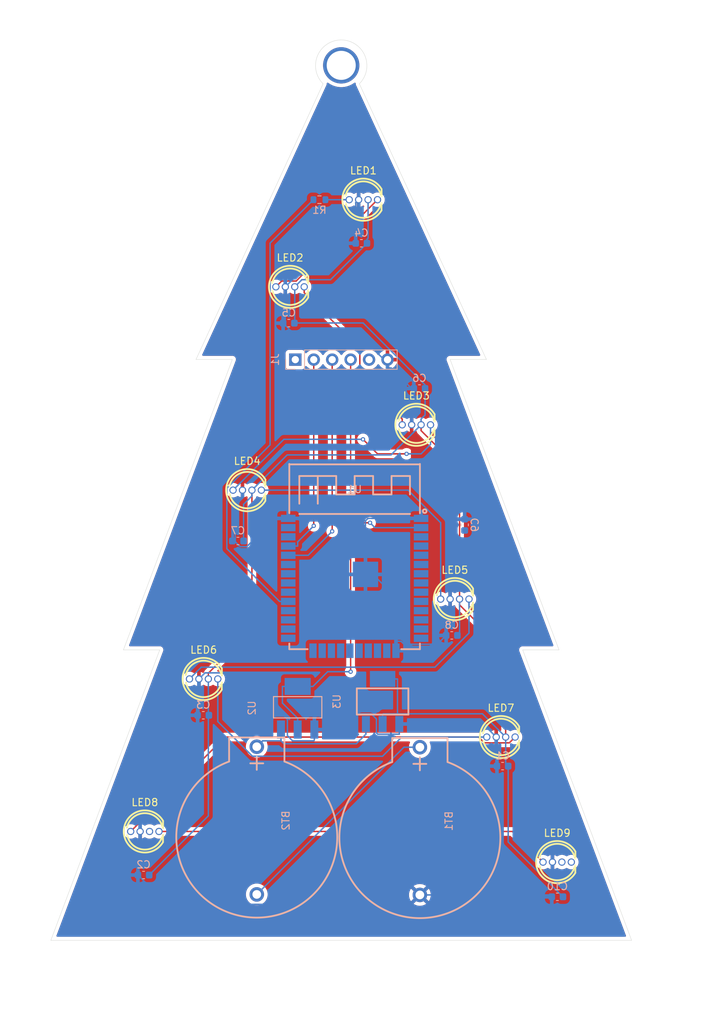
<source format=kicad_pcb>
(kicad_pcb (version 20240108) (generator "pcbnew") (generator_version "8.0")
  (layers (0 "F.Cu" signal) (31 "B.Cu" signal) (34 "B.Paste" user) (35 "F.Paste" user) (36 "B.SilkS" user "B.Silkscreen") (37 "F.SilkS" user "F.Silkscreen") (38 "B.Mask" user) (39 "F.Mask" user) (44 "Edge.Cuts" user))
  (net 0 "")
  (net 1 "Net-(BT1-Pad1)")
  (net 2 "GND")
  (net 3 "+BATT")
  (net 4 "+5V")
  (net 5 "Net-(J1-Pin_3)")
  (net 6 "+3.3V")
  (net 7 "Net-(J1-Pin_2)")
  (net 10 "Net-(LED1-Dout)")
  (net 11 "Net-(LED1-Din)")
  (net 12 "Net-(LED2-Dout)")
  (net 13 "Net-(LED3-Dout)")
  (net 14 "Net-(LED4-Dout)")
  (net 15 "Net-(LED5-Dout)")
  (net 16 "Net-(LED6-Dout)")
  (net 17 "Net-(LED7-Dout)")
  (net 18 "Net-(LED8-Dout)")
  (net 19 "Net-(U1-IO5)")
  (footprint "easyeda2kicad:LED-TH_4P-BD5.8-P1.30" (layer "F.Cu") (at 80.05 13)
    (property "Reference" "LED1" (at 0 -4 0) (layer "F.SilkS"))
    (property "Value" "WS2812D-F5")
    (fp_line (start 2.5 0.48) (end 2.5 1.47) (stroke (width 0.25)) (layer "F.SilkS"))
    (fp_line (start 2.51 -1.45) (end 2.51 -0.47) (stroke (width 0.25)) (layer "F.SilkS"))
    (fp_arc (start -2.46 -0.54) (mid -0.067653 -2.517662) (end 2.42745 -0.671332) (stroke (width 0.25)) (layer "F.SilkS"))
    (fp_arc (start 2.35 0.81) (mid -0.151834 2.49458) (end -2.428953 0.516776) (stroke (width 0.25)) (layer "F.SilkS"))
    (fp_arc (start 2.5 1.47) (mid -2.900133 -0.011415) (end 2.511495 -1.450274) (stroke (width 0.25)) (layer "F.SilkS"))
    (pad "1" thru_hole oval (at 1.95 0) (size 1 1) (drill 0.700024) (layers "*.Cu" "*.Mask") (net 10 "Net-(LED1-Dout)"))
    (pad "2" thru_hole oval (at 0.65 0) (size 1 1) (drill 0.700024) (layers "*.Cu" "*.Mask") (net 4 "+5V"))
    (pad "3" thru_hole oval (at -0.65 0) (size 1 1) (drill 0.700024) (layers "*.Cu" "*.Mask") (net 2 "GND"))
    (pad "4" thru_hole oval (at -1.95 0) (size 1 1) (drill 0.700024) (layers "*.Cu" "*.Mask") (net 11 "Net-(LED1-Din)"))
  )
  (footprint "easyeda2kicad:LED-TH_4P-BD5.8-P1.30" (layer "F.Cu") (at 69.95 25)
    (property "Reference" "LED2" (at 0 -4 0) (layer "F.SilkS"))
    (property "Value" "WS2812D-F5")
    (fp_line (start 2.5 0.48) (end 2.5 1.47) (stroke (width 0.25)) (layer "F.SilkS"))
    (fp_line (start 2.51 -1.45) (end 2.51 -0.47) (stroke (width 0.25)) (layer "F.SilkS"))
    (fp_arc (start -2.46 -0.54) (mid -0.067653 -2.517662) (end 2.42745 -0.671332) (stroke (width 0.25)) (layer "F.SilkS"))
    (fp_arc (start 2.35 0.81) (mid -0.151834 2.49458) (end -2.428953 0.516776) (stroke (width 0.25)) (layer "F.SilkS"))
    (fp_arc (start 2.5 1.47) (mid -2.900133 -0.011415) (end 2.511495 -1.450274) (stroke (width 0.25)) (layer "F.SilkS"))
    (pad "1" thru_hole oval (at 1.95 0) (size 1 1) (drill 0.700024) (layers "*.Cu" "*.Mask") (net 12 "Net-(LED2-Dout)"))
    (pad "2" thru_hole oval (at 0.65 0) (size 1 1) (drill 0.700024) (layers "*.Cu" "*.Mask") (net 4 "+5V"))
    (pad "3" thru_hole oval (at -0.65 0) (size 1 1) (drill 0.700024) (layers "*.Cu" "*.Mask") (net 2 "GND"))
    (pad "4" thru_hole oval (at -1.95 0) (size 1 1) (drill 0.700024) (layers "*.Cu" "*.Mask") (net 10 "Net-(LED1-Dout)"))
  )
  (footprint "easyeda2kicad:LED-TH_4P-BD5.8-P1.30" (layer "F.Cu") (at 92.65 68)
    (property "Reference" "LED5" (at 0 -4 0) (layer "F.SilkS"))
    (property "Value" "WS2812D-F5")
    (fp_line (start 2.5 0.48) (end 2.5 1.47) (stroke (width 0.25)) (layer "F.SilkS"))
    (fp_line (start 2.51 -1.45) (end 2.51 -0.47) (stroke (width 0.25)) (layer "F.SilkS"))
    (fp_arc (start -2.46 -0.54) (mid -0.067653 -2.517662) (end 2.42745 -0.671332) (stroke (width 0.25)) (layer "F.SilkS"))
    (fp_arc (start 2.35 0.81) (mid -0.151834 2.49458) (end -2.428953 0.516776) (stroke (width 0.25)) (layer "F.SilkS"))
    (fp_arc (start 2.5 1.47) (mid -2.900133 -0.011415) (end 2.511495 -1.450274) (stroke (width 0.25)) (layer "F.SilkS"))
    (pad "1" thru_hole oval (at 1.95 0) (size 1 1) (drill 0.700024) (layers "*.Cu" "*.Mask") (net 15 "Net-(LED5-Dout)"))
    (pad "2" thru_hole oval (at 0.65 0) (size 1 1) (drill 0.700024) (layers "*.Cu" "*.Mask") (net 4 "+5V"))
    (pad "3" thru_hole oval (at -0.65 0) (size 1 1) (drill 0.700024) (layers "*.Cu" "*.Mask") (net 2 "GND"))
    (pad "4" thru_hole oval (at -1.95 0) (size 1 1) (drill 0.700024) (layers "*.Cu" "*.Mask") (net 14 "Net-(LED4-Dout)"))
  )
  (footprint "easyeda2kicad:LED-TH_4P-BD5.8-P1.30" (layer "F.Cu") (at 99 87)
    (property "Reference" "LED7" (at 0 -4 0) (layer "F.SilkS"))
    (property "Value" "WS2812D-F5")
    (fp_line (start 2.5 0.48) (end 2.5 1.47) (stroke (width 0.25)) (layer "F.SilkS"))
    (fp_line (start 2.51 -1.45) (end 2.51 -0.47) (stroke (width 0.25)) (layer "F.SilkS"))
    (fp_arc (start -2.46 -0.54) (mid -0.067653 -2.517662) (end 2.42745 -0.671332) (stroke (width 0.25)) (layer "F.SilkS"))
    (fp_arc (start 2.35 0.81) (mid -0.151834 2.49458) (end -2.428953 0.516776) (stroke (width 0.25)) (layer "F.SilkS"))
    (fp_arc (start 2.5 1.47) (mid -2.900133 -0.011415) (end 2.511495 -1.450274) (stroke (width 0.25)) (layer "F.SilkS"))
    (pad "1" thru_hole oval (at 1.95 0) (size 1 1) (drill 0.700024) (layers "*.Cu" "*.Mask") (net 17 "Net-(LED7-Dout)"))
    (pad "2" thru_hole oval (at 0.65 0) (size 1 1) (drill 0.700024) (layers "*.Cu" "*.Mask") (net 4 "+5V"))
    (pad "3" thru_hole oval (at -0.65 0) (size 1 1) (drill 0.700024) (layers "*.Cu" "*.Mask") (net 2 "GND"))
    (pad "4" thru_hole oval (at -1.95 0) (size 1 1) (drill 0.700024) (layers "*.Cu" "*.Mask") (net 16 "Net-(LED6-Dout)"))
  )
  (footprint "easyeda2kicad:LED-TH_4P-BD5.8-P1.30" (layer "F.Cu") (at 87.35 44)
    (property "Reference" "LED3" (at 0 -4 0) (layer "F.SilkS"))
    (property "Value" "WS2812D-F5")
    (fp_line (start 2.5 0.48) (end 2.5 1.47) (stroke (width 0.25)) (layer "F.SilkS"))
    (fp_line (start 2.51 -1.45) (end 2.51 -0.47) (stroke (width 0.25)) (layer "F.SilkS"))
    (fp_arc (start -2.46 -0.54) (mid -0.067653 -2.517662) (end 2.42745 -0.671332) (stroke (width 0.25)) (layer "F.SilkS"))
    (fp_arc (start 2.35 0.81) (mid -0.151834 2.49458) (end -2.428953 0.516776) (stroke (width 0.25)) (layer "F.SilkS"))
    (fp_arc (start 2.5 1.47) (mid -2.900133 -0.011415) (end 2.511495 -1.450274) (stroke (width 0.25)) (layer "F.SilkS"))
    (pad "1" thru_hole oval (at 1.95 0) (size 1 1) (drill 0.700024) (layers "*.Cu" "*.Mask") (net 13 "Net-(LED3-Dout)"))
    (pad "2" thru_hole oval (at 0.65 0) (size 1 1) (drill 0.700024) (layers "*.Cu" "*.Mask") (net 4 "+5V"))
    (pad "3" thru_hole oval (at -0.65 0) (size 1 1) (drill 0.700024) (layers "*.Cu" "*.Mask") (net 2 "GND"))
    (pad "4" thru_hole oval (at -1.95 0) (size 1 1) (drill 0.700024) (layers "*.Cu" "*.Mask") (net 12 "Net-(LED2-Dout)"))
  )
  (footprint "easyeda2kicad:LED-TH_4P-BD5.8-P1.30" (layer "F.Cu") (at 106.7452 104.2202)
    (property "Reference" "LED9" (at 0 -4 0) (layer "F.SilkS"))
    (property "Value" "WS2812D-F5")
    (fp_line (start 2.5 0.48) (end 2.5 1.47) (stroke (width 0.25)) (layer "F.SilkS"))
    (fp_line (start 2.51 -1.45) (end 2.51 -0.47) (stroke (width 0.25)) (layer "F.SilkS"))
    (fp_arc (start -2.46 -0.54) (mid -0.067653 -2.517662) (end 2.42745 -0.671332) (stroke (width 0.25)) (layer "F.SilkS"))
    (fp_arc (start 2.35 0.81) (mid -0.151834 2.49458) (end -2.428953 0.516776) (stroke (width 0.25)) (layer "F.SilkS"))
    (fp_arc (start 2.5 1.47) (mid -2.900133 -0.011415) (end 2.511495 -1.450274) (stroke (width 0.25)) (layer "F.SilkS"))
    (pad "1" thru_hole oval (at 1.95 0) (size 1 1) (drill 0.700024) (layers "*.Cu" "*.Mask"))
    (pad "2" thru_hole oval (at 0.65 0) (size 1 1) (drill 0.700024) (layers "*.Cu" "*.Mask") (net 4 "+5V"))
    (pad "3" thru_hole oval (at -0.65 0) (size 1 1) (drill 0.700024) (layers "*.Cu" "*.Mask") (net 2 "GND"))
    (pad "4" thru_hole oval (at -1.95 0) (size 1 1) (drill 0.700024) (layers "*.Cu" "*.Mask") (net 18 "Net-(LED8-Dout)"))
  )
  (footprint "easyeda2kicad:LED-TH_4P-BD5.8-P1.30" (layer "F.Cu") (at 49.95 100)
    (property "Reference" "LED8" (at 0 -4 0) (layer "F.SilkS"))
    (property "Value" "WS2812D-F5")
    (fp_line (start 2.5 0.48) (end 2.5 1.47) (stroke (width 0.25)) (layer "F.SilkS"))
    (fp_line (start 2.51 -1.45) (end 2.51 -0.47) (stroke (width 0.25)) (layer "F.SilkS"))
    (fp_arc (start -2.46 -0.54) (mid -0.067653 -2.517662) (end 2.42745 -0.671332) (stroke (width 0.25)) (layer "F.SilkS"))
    (fp_arc (start 2.35 0.81) (mid -0.151834 2.49458) (end -2.428953 0.516776) (stroke (width 0.25)) (layer "F.SilkS"))
    (fp_arc (start 2.5 1.47) (mid -2.900133 -0.011415) (end 2.511495 -1.450274) (stroke (width 0.25)) (layer "F.SilkS"))
    (pad "1" thru_hole oval (at 1.95 0) (size 1 1) (drill 0.700024) (layers "*.Cu" "*.Mask") (net 18 "Net-(LED8-Dout)"))
    (pad "2" thru_hole oval (at 0.65 0) (size 1 1) (drill 0.700024) (layers "*.Cu" "*.Mask") (net 4 "+5V"))
    (pad "3" thru_hole oval (at -0.65 0) (size 1 1) (drill 0.700024) (layers "*.Cu" "*.Mask") (net 2 "GND"))
    (pad "4" thru_hole oval (at -1.95 0) (size 1 1) (drill 0.700024) (layers "*.Cu" "*.Mask") (net 17 "Net-(LED7-Dout)"))
  )
  (footprint "easyeda2kicad:LED-TH_4P-BD5.8-P1.30" (layer "F.Cu") (at 58.05 79)
    (property "Reference" "LED6" (at 0 -4 0) (layer "F.SilkS"))
    (property "Value" "WS2812D-F5")
    (fp_line (start 2.5 0.48) (end 2.5 1.47) (stroke (width 0.25)) (layer "F.SilkS"))
    (fp_line (start 2.51 -1.45) (end 2.51 -0.47) (stroke (width 0.25)) (layer "F.SilkS"))
    (fp_arc (start -2.46 -0.54) (mid -0.067653 -2.517662) (end 2.42745 -0.671332) (stroke (width 0.25)) (layer "F.SilkS"))
    (fp_arc (start 2.35 0.81) (mid -0.151834 2.49458) (end -2.428953 0.516776) (stroke (width 0.25)) (layer "F.SilkS"))
    (fp_arc (start 2.5 1.47) (mid -2.900133 -0.011415) (end 2.511495 -1.450274) (stroke (width 0.25)) (layer "F.SilkS"))
    (pad "1" thru_hole oval (at 1.95 0) (size 1 1) (drill 0.700024) (layers "*.Cu" "*.Mask") (net 16 "Net-(LED6-Dout)"))
    (pad "2" thru_hole oval (at 0.65 0) (size 1 1) (drill 0.700024) (layers "*.Cu" "*.Mask") (net 4 "+5V"))
    (pad "3" thru_hole oval (at -0.65 0) (size 1 1) (drill 0.700024) (layers "*.Cu" "*.Mask") (net 2 "GND"))
    (pad "4" thru_hole oval (at -1.95 0) (size 1 1) (drill 0.700024) (layers "*.Cu" "*.Mask") (net 15 "Net-(LED5-Dout)"))
  )
  (footprint "easyeda2kicad:LED-TH_4P-BD5.8-P1.30" (layer "F.Cu") (at 64.05 53)
    (property "Reference" "LED4" (at 0 -4 0) (layer "F.SilkS"))
    (property "Value" "WS2812D-F5")
    (fp_line (start 2.5 0.48) (end 2.5 1.47) (stroke (width 0.25)) (layer "F.SilkS"))
    (fp_line (start 2.51 -1.45) (end 2.51 -0.47) (stroke (width 0.25)) (layer "F.SilkS"))
    (fp_arc (start -2.46 -0.54) (mid -0.067653 -2.517662) (end 2.42745 -0.671332) (stroke (width 0.25)) (layer "F.SilkS"))
    (fp_arc (start 2.35 0.81) (mid -0.151834 2.49458) (end -2.428953 0.516776) (stroke (width 0.25)) (layer "F.SilkS"))
    (fp_arc (start 2.5 1.47) (mid -2.900133 -0.011415) (end 2.511495 -1.450274) (stroke (width 0.25)) (layer "F.SilkS"))
    (pad "1" thru_hole oval (at 1.95 0) (size 1 1) (drill 0.700024) (layers "*.Cu" "*.Mask") (net 14 "Net-(LED4-Dout)"))
    (pad "2" thru_hole oval (at 0.65 0) (size 1 1) (drill 0.700024) (layers "*.Cu" "*.Mask") (net 4 "+5V"))
    (pad "3" thru_hole oval (at -0.65 0) (size 1 1) (drill 0.700024) (layers "*.Cu" "*.Mask") (net 2 "GND"))
    (pad "4" thru_hole oval (at -1.95 0) (size 1 1) (drill 0.700024) (layers "*.Cu" "*.Mask") (net 13 "Net-(LED3-Dout)"))
  )
  (footprint "Capacitor_SMD:C_0603_1608Metric" (layer "B.Cu") (at 99.225 91 180)
    (property "Reference" "C1" (at 0 1.43 0) (layer "B.SilkS") (effects (justify mirror)))
    (property "Value" "10uF")
    (fp_line (start 0.14058 0.51) (end -0.14058 0.51) (stroke (width 0.12)) (layer "B.SilkS"))
    (fp_line (start 0.14058 -0.51) (end -0.14058 -0.51) (stroke (width 0.12)) (layer "B.SilkS"))
    (pad "1" smd roundrect (at -0.775 0 180) (size 0.9 0.95) (layers "B.Cu" "B.Paste" "B.Mask") (net 4 "+5V"))
    (pad "2" smd roundrect (at 0.775 0 180) (size 0.9 0.95) (layers "B.Cu" "B.Paste" "B.Mask") (net 2 "GND"))
  )
  (footprint "Capacitor_SMD:C_0603_1608Metric" (layer "B.Cu") (at 94 57.775 90)
    (property "Reference" "C9" (at 0 1.43 90) (layer "B.SilkS") (effects (justify mirror)))
    (property "Value" "10uF")
    (fp_line (start 0.14058 -0.51) (end -0.14058 -0.51) (stroke (width 0.12)) (layer "B.SilkS"))
    (fp_line (start 0.14058 0.51) (end -0.14058 0.51) (stroke (width 0.12)) (layer "B.SilkS"))
    (pad "1" smd roundrect (at -0.775 0 90) (size 0.9 0.95) (layers "B.Cu" "B.Paste" "B.Mask") (net 6 "+3.3V"))
    (pad "2" smd roundrect (at 0.775 0 90) (size 0.9 0.95) (layers "B.Cu" "B.Paste" "B.Mask") (net 2 "GND"))
  )
  (footprint "Capacitor_SMD:C_0603_1608Metric" (layer "B.Cu") (at 58 84 180)
    (property "Reference" "C3" (at 0 1.43 0) (layer "B.SilkS") (effects (justify mirror)))
    (property "Value" "10uF")
    (fp_line (start 0.14058 0.51) (end -0.14058 0.51) (stroke (width 0.12)) (layer "B.SilkS"))
    (fp_line (start 0.14058 -0.51) (end -0.14058 -0.51) (stroke (width 0.12)) (layer "B.SilkS"))
    (pad "1" smd roundrect (at -0.775 0 180) (size 0.9 0.95) (layers "B.Cu" "B.Paste" "B.Mask") (net 4 "+5V"))
    (pad "2" smd roundrect (at 0.775 0 180) (size 0.9 0.95) (layers "B.Cu" "B.Paste" "B.Mask") (net 2 "GND"))
  )
  (footprint "easyeda2kicad:BAT-TH_BS-02-A1AK006" (layer "B.Cu") (at 65.3679 98.5 90)
    (property "Reference" "BT2" (at 0 4 90) (layer "B.SilkS") (effects (justify mirror)))
    (property "Value" "BS-02-A1AK006")
    (fp_line (start 11.44 -3.81) (end 8.13 -3.81) (stroke (width 0.25)) (layer "B.SilkS"))
    (fp_line (start 11.44 -3.75) (end 11.44 3.75) (stroke (width 0.25)) (layer "B.SilkS"))
    (fp_line (start 7.88 -0.89) (end 7.88 0.89) (stroke (width 0.25)) (layer "B.SilkS"))
    (fp_line (start 8.77 0) (end 6.99 0) (stroke (width 0.25)) (layer "B.SilkS"))
    (fp_line (start 11.44 3.81) (end 8.13 3.81) (stroke (width 0.25)) (layer "B.SilkS"))
    (fp_arc (start 8.130975 3.807335) (mid -13.365315 0.001419) (end 8.13 -3.81) (stroke (width 0.25)) (layer "B.SilkS"))
    (pad "1" thru_hole circle (at 10.17 0 90) (size 2 2) (drill 1.199998) (layers "*.Cu" "*.Mask") (net 3 "+BATT"))
    (pad "2" thru_hole circle (at -10.17 0 90) (size 2 2) (drill 1.199998) (layers "*.Cu" "*.Mask") (net 1 "Net-(BT1-Pad1)"))
  )
  (footprint "Capacitor_SMD:C_0603_1608Metric" (layer "B.Cu") (at 92.225 73 180)
    (property "Reference" "C8" (at 0 1.43 0) (layer "B.SilkS") (effects (justify mirror)))
    (property "Value" "10uF")
    (fp_line (start 0.14058 0.51) (end -0.14058 0.51) (stroke (width 0.12)) (layer "B.SilkS"))
    (fp_line (start 0.14058 -0.51) (end -0.14058 -0.51) (stroke (width 0.12)) (layer "B.SilkS"))
    (pad "1" smd roundrect (at -0.775 0 180) (size 0.9 0.95) (layers "B.Cu" "B.Paste" "B.Mask") (net 4 "+5V"))
    (pad "2" smd roundrect (at 0.775 0 180) (size 0.9 0.95) (layers "B.Cu" "B.Paste" "B.Mask") (net 2 "GND"))
  )
  (footprint "Connector_PinSocket_2.54mm:PinSocket_1x06_P2.54mm_Vertical" (layer "B.Cu") (at 70.675 35.025 -90)
    (property "Reference" "J1" (at 0 2.77 90) (layer "B.SilkS") (effects (justify mirror)))
    (property "Value" "Conn_01x06")
    (fp_line (start 1.33 1.33) (end 0 1.33) (stroke (width 0.12)) (layer "B.SilkS"))
    (fp_line (start 1.33 0) (end 1.33 1.33) (stroke (width 0.12)) (layer "B.SilkS"))
    (fp_line (start 1.33 -1.27) (end -1.33 -1.27) (stroke (width 0.12)) (layer "B.SilkS"))
    (fp_line (start -1.33 -14.03) (end -1.33 -1.27) (stroke (width 0.12)) (layer "B.SilkS"))
    (fp_line (start 1.33 -14.03) (end 1.33 -1.27) (stroke (width 0.12)) (layer "B.SilkS"))
    (fp_line (start 1.33 -14.03) (end -1.33 -14.03) (stroke (width 0.12)) (layer "B.SilkS"))
    (pad "1" thru_hole rect (at 0 0 270) (size 1.7 1.7) (drill 1) (layers "*.Cu" "*.Mask"))
    (pad "2" thru_hole oval (at 0 -2.54 270) (size 1.7 1.7) (drill 1) (layers "*.Cu" "*.Mask") (net 7 "Net-(J1-Pin_2)"))
    (pad "3" thru_hole oval (at 0 -5.08 270) (size 1.7 1.7) (drill 1) (layers "*.Cu" "*.Mask") (net 5 "Net-(J1-Pin_3)"))
    (pad "4" thru_hole oval (at 0 -7.62 270) (size 1.7 1.7) (drill 1) (layers "*.Cu" "*.Mask") (net 6 "+3.3V"))
    (pad "5" thru_hole oval (at 0 -10.16 270) (size 1.7 1.7) (drill 1) (layers "*.Cu" "*.Mask"))
    (pad "6" thru_hole oval (at 0 -12.7 270) (size 1.7 1.7) (drill 1) (layers "*.Cu" "*.Mask") (net 2 "GND"))
  )
  (footprint "easyeda2kicad:COMM-SMD_ESP-WROOM-32D" (layer "B.Cu") (at 78.85 66 180)
    (property "Reference" "U1" (at 0 13.11 0) (layer "B.SilkS") (effects (justify mirror)))
    (property "Value" "ESP-WROOM-32E")
    (fp_line (start 9 16.55) (end -8.99 16.55) (stroke (width 0.25)) (layer "B.SilkS"))
    (fp_line (start 9 9.84) (end 9 16.61) (stroke (width 0.25)) (layer "B.SilkS"))
    (fp_line (start 9 -8.9) (end 9 -8.13) (stroke (width 0.25)) (layer "B.SilkS"))
    (fp_line (start 9 -8.9) (end 6.48 -8.9) (stroke (width 0.25)) (layer "B.SilkS"))
    (fp_line (start 7.62 14.95) (end 6.35 14.95) (stroke (width 0.25)) (layer "B.SilkS"))
    (fp_line (start 7.62 11.14) (end 7.62 14.95) (stroke (width 0.25)) (layer "B.SilkS"))
    (fp_line (start 7.62 9.72) (end -7.62 9.72) (stroke (width 0.25)) (layer "B.SilkS"))
    (fp_line (start 6.35 14.95) (end 2.54 14.95) (stroke (width 0.25)) (layer "B.SilkS"))
    (fp_line (start 5.08 11.14) (end 5.08 14.95) (stroke (width 0.25)) (layer "B.SilkS"))
    (fp_line (start 2.54 14.95) (end 2.54 12.41) (stroke (width 0.25)) (layer "B.SilkS"))
    (fp_line (start 2.54 12.41) (end 0 12.41) (stroke (width 0.25)) (layer "B.SilkS"))
    (fp_line (start 0 14.95) (end -2.54 14.95) (stroke (width 0.25)) (layer "B.SilkS"))
    (fp_line (start 0 12.41) (end 0 14.95) (stroke (width 0.25)) (layer "B.SilkS"))
    (fp_line (start -2.54 14.95) (end -2.54 12.41) (stroke (width 0.25)) (layer "B.SilkS"))
    (fp_line (start -2.54 12.41) (end -5.08 12.41) (stroke (width 0.25)) (layer "B.SilkS"))
    (fp_line (start -5.08 14.95) (end -7.62 14.95) (stroke (width 0.25)) (layer "B.SilkS"))
    (fp_line (start -5.08 12.41) (end -5.08 14.95) (stroke (width 0.25)) (layer "B.SilkS"))
    (fp_line (start -6.42 -8.9) (end -8.99 -8.9) (stroke (width 0.25)) (layer "B.SilkS"))
    (fp_line (start -7.62 14.95) (end -7.62 12.41) (stroke (width 0.25)) (layer "B.SilkS"))
    (fp_line (start -8.99 9.84) (end -8.99 16.61) (stroke (width 0.25)) (layer "B.SilkS"))
    (fp_line (start -8.99 -8.9) (end -8.99 -8.13) (stroke (width 0.25)) (layer "B.SilkS"))
    (fp_circle (center -9.65 10.11) (end -9.4 10.11) (stroke (width 0.25)) (fill none) (layer "B.SilkS"))
    (pad "1" smd rect (at -9.15 9.11 180) (size 2 1) (layers "B.Cu" "B.Paste" "B.Mask") (net 2 "GND"))
    (pad "2" smd rect (at -9.15 7.84 180) (size 2 1) (layers "B.Cu" "B.Paste" "B.Mask") (net 6 "+3.3V"))
    (pad "3" smd rect (at -9.15 6.57 180) (size 2 1) (layers "B.Cu" "B.Paste" "B.Mask"))
    (pad "4" smd rect (at -9.15 5.3 180) (size 2 1) (layers "B.Cu" "B.Paste" "B.Mask"))
    (pad "5" smd rect (at -9.15 4.03 180) (size 2 1) (layers "B.Cu" "B.Paste" "B.Mask"))
    (pad "6" smd rect (at -9.15 2.76 180) (size 2 1) (layers "B.Cu" "B.Paste" "B.Mask"))
    (pad "7" smd rect (at -9.15 1.49 180) (size 2 1) (layers "B.Cu" "B.Paste" "B.Mask"))
    (pad "8" smd rect (at -9.15 0.22 180) (size 2 1) (layers "B.Cu" "B.Paste" "B.Mask"))
    (pad "9" smd rect (at -9.15 -1.05 180) (size 2 1) (layers "B.Cu" "B.Paste" "B.Mask"))
    (pad "10" smd rect (at -9.15 -2.32 180) (size 2 1) (layers "B.Cu" "B.Paste" "B.Mask"))
    (pad "11" smd rect (at -9.15 -3.59 180) (size 2 1) (layers "B.Cu" "B.Paste" "B.Mask"))
    (pad "12" smd rect (at -9.15 -4.86 180) (size 2 1) (layers "B.Cu" "B.Paste" "B.Mask"))
    (pad "13" smd rect (at -9.15 -6.13 180) (size 2 1) (layers "B.Cu" "B.Paste" "B.Mask"))
    (pad "14" smd rect (at -9.15 -7.4 180) (size 2 1) (layers "B.Cu" "B.Paste" "B.Mask"))
    (pad "15" smd rect (at -5.69 -9.11 90) (size 2 1) (layers "B.Cu" "B.Paste" "B.Mask") (net 2 "GND"))
    (pad "16" smd rect (at -4.42 -9.11 90) (size 2 1) (layers "B.Cu" "B.Paste" "B.Mask"))
    (pad "17" smd rect (at -3.15 -9.11 90) (size 2 1) (layers "B.Cu" "B.Paste" "B.Mask"))
    (pad "18" smd rect (at -1.88 -9.11 90) (size 2 1) (layers "B.Cu" "B.Paste" "B.Mask"))
    (pad "19" smd rect (at -0.61 -9.11 90) (size 2 1) (layers "B.Cu" "B.Paste" "B.Mask"))
    (pad "20" smd rect (at 0.66 -9.11 90) (size 2 1) (layers "B.Cu" "B.Paste" "B.Mask"))
    (pad "21" smd rect (at 1.93 -9.11 90) (size 2 1) (layers "B.Cu" "B.Paste" "B.Mask"))
    (pad "22" smd rect (at 3.2 -9.11 90) (size 2 1) (layers "B.Cu" "B.Paste" "B.Mask"))
    (pad "23" smd rect (at 4.47 -9.11 90) (size 2 1) (layers "B.Cu" "B.Paste" "B.Mask"))
    (pad "24" smd rect (at 5.74 -9.11 90) (size 2 1) (layers "B.Cu" "B.Paste" "B.Mask"))
    (pad "25" smd rect (at 9.15 -7.4 180) (size 2 1) (layers "B.Cu" "B.Paste" "B.Mask"))
    (pad "26" smd rect (at 9.15 -6.13 180) (size 2 1) (layers "B.Cu" "B.Paste" "B.Mask"))
    (pad "27" smd rect (at 9.15 -4.86 180) (size 2 1) (layers "B.Cu" "B.Paste" "B.Mask"))
    (pad "28" smd rect (at 9.15 -3.59 180) (size 2 1) (layers "B.Cu" "B.Paste" "B.Mask"))
    (pad "29" smd rect (at 9.15 -2.32 180) (size 2 1) (layers "B.Cu" "B.Paste" "B.Mask") (net 19 "Net-(U1-IO5)"))
    (pad "30" smd rect (at 9.15 -1.05 180) (size 2 1) (layers "B.Cu" "B.Paste" "B.Mask"))
    (pad "31" smd rect (at 9.15 0.22 180) (size 2 1) (layers "B.Cu" "B.Paste" "B.Mask"))
    (pad "32" smd rect (at 9.15 1.49 180) (size 2 1) (layers "B.Cu" "B.Paste" "B.Mask"))
    (pad "33" smd rect (at 9.15 2.76 180) (size 2 1) (layers "B.Cu" "B.Paste" "B.Mask"))
    (pad "34" smd rect (at 9.15 4.03 180) (size 2 1) (layers "B.Cu" "B.Paste" "B.Mask") (net 5 "Net-(J1-Pin_3)"))
    (pad "35" smd rect (at 9.15 5.3 180) (size 2 1) (layers "B.Cu" "B.Paste" "B.Mask") (net 7 "Net-(J1-Pin_2)"))
    (pad "36" smd rect (at 9.15 6.57 180) (size 2 1) (layers "B.Cu" "B.Paste" "B.Mask"))
    (pad "37" smd rect (at 9.15 7.84 180) (size 2 1) (layers "B.Cu" "B.Paste" "B.Mask"))
    (pad "38" smd rect (at 9.15 9.11 180) (size 2 1) (layers "B.Cu" "B.Paste" "B.Mask") (net 2 "GND"))
    (pad "39" smd rect (at -1.49 1.4 180) (size 3.5 3.5) (layers "B.Cu" "B.Paste" "B.Mask") (net 2 "GND"))
  )
  (footprint "easyeda2kicad:SOT-223-3_L6.5-W3.4-P2.30-LS7.0-BR" (layer "B.Cu") (at 71 83 -90)
    (property "Reference" "U2" (at 0 6.3 90) (layer "B.SilkS") (effects (justify mirror)))
    (property "Value" "AZ1117H-3.3TRG1")
    (fp_line (start -1.57 3.33) (end -1.57 -3.33) (stroke (width 0.15)) (layer "B.SilkS"))
    (fp_line (start 1.37 3.33) (end -1.57 3.33) (stroke (width 0.15)) (layer "B.SilkS"))
    (fp_line (start -1.57 -3.33) (end 1.37 -3.33) (stroke (width 0.15)) (layer "B.SilkS"))
    (fp_line (start 1.37 -3.33) (end 1.37 3.33) (stroke (width 0.15)) (layer "B.SilkS"))
    (pad "1" smd rect (at 2.97 -2.3 270) (size 2.5 1.1) (layers "B.Cu" "B.Paste" "B.Mask") (net 2 "GND"))
    (pad "2" smd rect (at 2.97 0 270) (size 2.5 1.1) (layers "B.Cu" "B.Paste" "B.Mask") (net 6 "+3.3V"))
    (pad "3" smd rect (at 2.97 2.3 270) (size 2.5 1.1) (layers "B.Cu" "B.Paste" "B.Mask") (net 3 "+BATT"))
    (pad "4" smd rect (at -2.97 0 270) (size 2.34 3.6) (layers "B.Cu" "B.Paste" "B.Mask") (net 6 "+3.3V"))
  )
  (footprint "Capacitor_SMD:C_0603_1608Metric" (layer "B.Cu") (at 79.775 19 180)
    (property "Reference" "C4" (at 0 1.43 0) (layer "B.SilkS") (effects (justify mirror)))
    (property "Value" "10uF")
    (fp_line (start 0.14058 0.51) (end -0.14058 0.51) (stroke (width 0.12)) (layer "B.SilkS"))
    (fp_line (start 0.14058 -0.51) (end -0.14058 -0.51) (stroke (width 0.12)) (layer "B.SilkS"))
    (pad "1" smd roundrect (at -0.775 0 180) (size 0.9 0.95) (layers "B.Cu" "B.Paste" "B.Mask") (net 4 "+5V"))
    (pad "2" smd roundrect (at 0.775 0 180) (size 0.9 0.95) (layers "B.Cu" "B.Paste" "B.Mask") (net 2 "GND"))
  )
  (footprint "Capacitor_SMD:C_0603_1608Metric" (layer "B.Cu") (at 49.775 106 180)
    (property "Reference" "C2" (at 0 1.43 0) (layer "B.SilkS") (effects (justify mirror)))
    (property "Value" "10uF")
    (fp_line (start 0.14058 0.51) (end -0.14058 0.51) (stroke (width 0.12)) (layer "B.SilkS"))
    (fp_line (start 0.14058 -0.51) (end -0.14058 -0.51) (stroke (width 0.12)) (layer "B.SilkS"))
    (pad "1" smd roundrect (at -0.775 0 180) (size 0.9 0.95) (layers "B.Cu" "B.Paste" "B.Mask") (net 4 "+5V"))
    (pad "2" smd roundrect (at 0.775 0 180) (size 0.9 0.95) (layers "B.Cu" "B.Paste" "B.Mask") (net 2 "GND"))
  )
  (footprint "Resistor_SMD:R_0603_1608Metric" (layer "B.Cu") (at 74 13)
    (property "Reference" "R1" (at 0 1.43 0) (layer "B.SilkS") (effects (justify mirror)))
    (property "Value" "300")
    (fp_line (start 0.237258 -0.5225) (end -0.237258 -0.5225) (stroke (width 0.12)) (layer "B.SilkS"))
    (fp_line (start 0.237258 0.5225) (end -0.237258 0.5225) (stroke (width 0.12)) (layer "B.SilkS"))
    (pad "1" smd roundrect (at -0.825 0) (size 0.8 0.95) (layers "B.Cu" "B.Paste" "B.Mask") (net 19 "Net-(U1-IO5)"))
    (pad "2" smd roundrect (at 0.825 0) (size 0.8 0.95) (layers "B.Cu" "B.Paste" "B.Mask") (net 11 "Net-(LED1-Din)"))
  )
  (footprint "Capacitor_SMD:C_0603_1608Metric" (layer "B.Cu") (at 62.775 60 180)
    (property "Reference" "C7" (at 0 1.43 0) (layer "B.SilkS") (effects (justify mirror)))
    (property "Value" "10uF")
    (fp_line (start 0.14058 0.51) (end -0.14058 0.51) (stroke (width 0.12)) (layer "B.SilkS"))
    (fp_line (start 0.14058 -0.51) (end -0.14058 -0.51) (stroke (width 0.12)) (layer "B.SilkS"))
    (pad "1" smd roundrect (at -0.775 0 180) (size 0.9 0.95) (layers "B.Cu" "B.Paste" "B.Mask") (net 4 "+5V"))
    (pad "2" smd roundrect (at 0.775 0 180) (size 0.9 0.95) (layers "B.Cu" "B.Paste" "B.Mask") (net 2 "GND"))
  )
  (footprint "Capacitor_SMD:C_0603_1608Metric" (layer "B.Cu") (at 69.775 30 180)
    (property "Reference" "C5" (at 0 1.43 0) (layer "B.SilkS") (effects (justify mirror)))
    (property "Value" "10uF")
    (fp_line (start 0.14058 0.51) (end -0.14058 0.51) (stroke (width 0.12)) (layer "B.SilkS"))
    (fp_line (start 0.14058 -0.51) (end -0.14058 -0.51) (stroke (width 0.12)) (layer "B.SilkS"))
    (pad "1" smd roundrect (at -0.775 0 180) (size 0.9 0.95) (layers "B.Cu" "B.Paste" "B.Mask") (net 4 "+5V"))
    (pad "2" smd roundrect (at 0.775 0 180) (size 0.9 0.95) (layers "B.Cu" "B.Paste" "B.Mask") (net 2 "GND"))
  )
  (footprint "Capacitor_SMD:C_0603_1608Metric" (layer "B.Cu") (at 87.775 39 180)
    (property "Reference" "C6" (at 0 1.43 0) (layer "B.SilkS") (effects (justify mirror)))
    (property "Value" "10uF")
    (fp_line (start 0.14058 0.51) (end -0.14058 0.51) (stroke (width 0.12)) (layer "B.SilkS"))
    (fp_line (start 0.14058 -0.51) (end -0.14058 -0.51) (stroke (width 0.12)) (layer "B.SilkS"))
    (pad "1" smd roundrect (at -0.775 0 180) (size 0.9 0.95) (layers "B.Cu" "B.Paste" "B.Mask") (net 4 "+5V"))
    (pad "2" smd roundrect (at 0.775 0 180) (size 0.9 0.95) (layers "B.Cu" "B.Paste" "B.Mask") (net 2 "GND"))
  )
  (footprint "easyeda2kicad:SOT-223_L6.7-W3.5-P2.30-BR" (layer "B.Cu") (at 82.7 82.1 -90)
    (property "Reference" "U3" (at 0 6.3 90) (layer "B.SilkS") (effects (justify mirror)))
    (property "Value" "AMS1117-5.0_C347223")
    (fp_line (start -1.8 3.55) (end -1.8 -3.55) (stroke (width 0.25)) (layer "B.SilkS"))
    (fp_line (start 1.8 3.55) (end -1.8 3.55) (stroke (width 0.25)) (layer "B.SilkS"))
    (fp_line (start 1.8 3.55) (end 1.8 -3.55) (stroke (width 0.25)) (layer "B.SilkS"))
    (fp_line (start 1.8 -3.55) (end -1.8 -3.55) (stroke (width 0.25)) (layer "B.SilkS"))
    (pad "1" smd rect (at 3.1 -2.3 180) (size 1.1 2.2) (layers "B.Cu" "B.Paste" "B.Mask") (net 2 "GND"))
    (pad "2" smd rect (at 3.1 0 180) (size 1.1 2.2) (layers "B.Cu" "B.Paste" "B.Mask") (net 4 "+5V"))
    (pad "3" smd rect (at 3.1 2.3 180) (size 1.1 2.2) (layers "B.Cu" "B.Paste" "B.Mask") (net 3 "+BATT"))
    (pad "4" smd rect (at -3.1 0 270) (size 2.2 3.5) (layers "B.Cu" "B.Paste" "B.Mask") (net 4 "+5V"))
  )
  (footprint "easyeda2kicad:BAT-TH_BS-02-A1AK006" (layer "B.Cu") (at 87.833 98.5698 90)
    (property "Reference" "BT1" (at 0 4 90) (layer "B.SilkS") (effects (justify mirror)))
    (property "Value" "BS-02-A1AK006")
    (fp_line (start 11.44 -3.81) (end 8.13 -3.81) (stroke (width 0.25)) (layer "B.SilkS"))
    (fp_line (start 11.44 -3.75) (end 11.44 3.75) (stroke (width 0.25)) (layer "B.SilkS"))
    (fp_line (start 7.88 -0.89) (end 7.88 0.89) (stroke (width 0.25)) (layer "B.SilkS"))
    (fp_line (start 8.77 0) (end 6.99 0) (stroke (width 0.25)) (layer "B.SilkS"))
    (fp_line (start 11.44 3.81) (end 8.13 3.81) (stroke (width 0.25)) (layer "B.SilkS"))
    (fp_arc (start 8.130975 3.807335) (mid -13.365315 0.001419) (end 8.13 -3.81) (stroke (width 0.25)) (layer "B.SilkS"))
    (pad "1" thru_hole circle (at 10.17 0 90) (size 2 2) (drill 1.199998) (layers "*.Cu" "*.Mask") (net 1 "Net-(BT1-Pad1)"))
    (pad "2" thru_hole circle (at -10.17 0 90) (size 2 2) (drill 1.199998) (layers "*.Cu" "*.Mask") (net 2 "GND"))
  )
  (footprint "Capacitor_SMD:C_0603_1608Metric" (layer "B.Cu") (at 106.775 109 180)
    (property "Reference" "C10" (at 0 1.43 0) (layer "B.SilkS") (effects (justify mirror)))
    (property "Value" "10uF")
    (fp_line (start 0.14058 0.51) (end -0.14058 0.51) (stroke (width 0.12)) (layer "B.SilkS"))
    (fp_line (start 0.14058 -0.51) (end -0.14058 -0.51) (stroke (width 0.12)) (layer "B.SilkS"))
    (pad "1" smd roundrect (at -0.775 0 180) (size 0.9 0.95) (layers "B.Cu" "B.Paste" "B.Mask") (net 4 "+5V"))
    (pad "2" smd roundrect (at 0.775 0 180) (size 0.9 0.95) (layers "B.Cu" "B.Paste" "B.Mask") (net 2 "GND"))
  )
  (gr_line (start 102 75) (end 117 115) (stroke (width 0.05)) (layer "Edge.Cuts"))
  (gr_line (start 107 75) (end 102 75) (stroke (width 0.05)) (layer "Edge.Cuts"))
  (gr_line (start 52 75) (end 37 115) (stroke (width 0.05)) (layer "Edge.Cuts"))
  (gr_line (start 57 35) (end 62 35) (stroke (width 0.05)) (layer "Edge.Cuts"))
  (gr_arc (start 74.500001 -2.964469) (mid 77 -9) (end 79.499999 -2.964469) (stroke (width 0.05)) (layer "Edge.Cuts"))
  (gr_line (start 92 35) (end 107 75) (stroke (width 0.05)) (layer "Edge.Cuts"))
  (gr_line (start 47 75) (end 52 75) (stroke (width 0.05)) (layer "Edge.Cuts"))
  (gr_line (start 37 115) (end 117 115) (stroke (width 0.05)) (layer "Edge.Cuts"))
  (gr_line (start 62 35) (end 47 75) (stroke (width 0.05)) (layer "Edge.Cuts"))
  (gr_line (start 97 35) (end 92 35) (stroke (width 0.05)) (layer "Edge.Cuts"))
  (gr_line (start 79.499999 -2.964469) (end 97 35) (stroke (width 0.05)) (layer "Edge.Cuts"))
  (gr_line (start 74.500001 -2.964469) (end 57 35) (stroke (width 0.05)) (layer "Edge.Cuts"))
  (via (at 77 -5.5) (size 5) (drill 4) (layers "F.Cu" "B.Cu") (net 0))
  (segment (start 87.833 88.3998) (end 85.6381 88.3998) (width 0.2) (layer "B.Cu") (net 1))
  (segment (start 85.6381 88.3998) (end 65.3679 108.67) (width 0.2) (layer "B.Cu") (net 1))
  (segment (start 86.7 61.8983) (end 92 67.1983) (width 0.2) (layer "F.Cu") (net 2))
  (segment (start 92 68) (end 92 67.1983) (width 0.2) (layer "F.Cu") (net 2))
  (segment (start 92 79.8483) (end 92 68) (width 0.2) (layer "F.Cu") (net 2))
  (segment (start 98.35 86.1983) (end 92 79.8483) (width 0.2) (layer "F.Cu") (net 2))
  (segment (start 86.7 44) (end 86.7 61.8983) (width 0.2) (layer "F.Cu") (net 2))
  (segment (start 98.35 87) (end 98.35 86.1983) (width 0.2) (layer "F.Cu") (net 2))
  (segment (start 86.5329 110.0399) (end 87.833 108.7398) (width 0.2) (layer "B.Cu") (net 2))
  (segment (start 80.675 56.89) (end 80.34 57.225) (width 0.2) (layer "B.Cu") (net 2))
  (segment (start 84.54 67.7741) (end 84.54 73.8083) (width 0.2) (layer "B.Cu") (net 2))
  (segment (start 53.0399 110.0399) (end 86.5329 110.0399) (width 0.2) (layer "B.Cu") (net 2))
  (segment (start 57.4 83.825) (end 57.4 79) (width 0.2) (layer "B.Cu") (net 2))
  (segment (start 73.1991 87.5217) (end 70.2976 87.5217) (width 0.2) (layer "B.Cu") (net 2))
  (segment (start 91.45 73) (end 91.45 69.3517) (width 0.2) (layer "B.Cu") (net 2))
  (segment (start 98.45 108.7398) (end 98.45 91) (width 0.2) (layer "B.Cu") (net 2))
  (segment (start 80.34 63.5741) (end 80.34 62.5483) (width 0.2) (layer "B.Cu") (net 2))
  (segment (start 69 30) (end 69.3 29.7) (width 0.2) (layer "B.Cu") (net 2))
  (segment (start 79 13.4) (end 79.4 13) (width 0.2) (layer "B.Cu") (net 2))
  (segment (start 63.4 53) (end 63.4 53.8017) (width 0.2) (layer "B.Cu") (net 2))
  (segment (start 83.8767 36.1767) (end 86.7 39) (width 0.2) (layer "B.Cu") (net 2))
  (segment (start 73.3 85.97) (end 73.3 84.4183) (width 0.2) (layer "B.Cu") (net 2))
  (segment (start 69 30) (end 70.8327 31.8327) (width 0.2) (layer "B.Cu") (net 2))
  (segment (start 83.375 36.1767) (end 83.8767 36.1767) (width 0.2) (layer "B.Cu") (net 2))
  (segment (start 90.2349 74.2151) (end 91.45 73) (width 0.2) (layer "B.Cu") (net 2))
  (segment (start 82.025 86.6017) (end 81.8483 86.425) (width 0.2) (layer "B.Cu") (net 2))
  (segment (start 98.35 90.9) (end 98.35 87) (width 0.2) (layer "B.Cu") (net 2))
  (segment (start 85.2414 73.8083) (end 85.6482 74.2151) (width 0.2) (layer "B.Cu") (net 2))
  (segment (start 63.9935 60.7776) (end 63.0831 60.7776) (width 0.2) (layer "B.Cu") (net 2))
  (segment (start 80.34 57.225) (end 71.3367 57.225) (width 0.2) (layer "B.Cu") (net 2))
  (segment (start 84.54 75.11) (end 84.54 73.8083) (width 0.2) (layer "B.Cu") (net 2))
  (segment (start 87.833 108.7398) (end 98.45 108.7398) (width 0.2) (layer "B.Cu") (net 2))
  (segment (start 98.45 108.7398) (end 105.7398 108.7398) (width 0.2) (layer "B.Cu") (net 2))
  (segment (start 80.34 63.5741) (end 84.54 67.7741) (width 0.2) (layer "B.Cu") (net 2))
  (segment (start 81.8483 84.5161) (end 81.1305 83.7983) (width 0.2) (layer "B.Cu") (net 2))
  (segment (start 91.45 69.3517) (end 92 68.8017) (width 0.2) (layer "B.Cu") (net 2))
  (segment (start 84.54 73.8083) (end 85.2414 73.8083) (width 0.2) (layer "B.Cu") (net 2))
  (segment (start 80.34 64.6) (end 80.34 63.5741) (width 0.2) (layer "B.Cu") (net 2))
  (segment (start 75.3 19) (end 69.3 25) (width 0.2) (layer "B.Cu") (net 2))
  (segment (start 58.2412 78.1588) (end 57.4 79) (width 0.2) (layer "B.Cu") (net 2))
  (segment (start 69.5897 86.8138) (end 69.5897 84.5601) (width 0.2) (layer "B.Cu") (net 2))
  (segment (start 81.1305 83.7983) (end 73.92 83.7983) (width 0.2) (layer "B.Cu") (net 2))
  (segment (start 70.3509 56.89) (end 71.0017 56.89) (width 0.2) (layer "B.Cu") (net 2))
  (segment (start 62.413 60.1075) (end 62.413 54.7887) (width 0.2) (layer "B.Cu") (net 2))
  (segment (start 86.7 39) (end 86.7 44) (width 0.2) (layer "B.Cu") (net 2))
  (segment (start 88 56.89) (end 80.675 56.89) (width 0.2) (layer "B.Cu") (net 2))
  (segment (start 98.45 91) (end 98.35 90.9) (width 0.2) (layer "B.Cu") (net 2))
  (segment (start 62.413 54.7887) (end 63.4 53.8017) (width 0.2) (layer "B.Cu") (net 2))
  (segment (start 96.55 85.2) (end 85 85.2) (width 0.2) (layer "B.Cu") (net 2))
  (segment (start 49 106) (end 53.0399 110.0399) (width 0.2) (layer "B.Cu") (net 2))
  (segment (start 70.2976 87.5217) (end 69.5897 86.8138) (width 0.2) (layer "B.Cu") (net 2))
  (segment (start 86.7 39) (end 87 39) (width 0.2) (layer "B.Cu") (net 2))
  (segment (start 92 68) (end 92 68.8017) (width 0.2) (layer "B.Cu") (net 2))
  (segment (start 85 85.2) (end 85 86.6017) (width 0.2) (layer "B.Cu") (net 2))
  (segment (start 69.5897 84.5601) (end 63.1884 78.1588) (width 0.2) (layer "B.Cu") (net 2))
  (segment (start 83.375 35.5) (end 83.375 36.1767) (width 0.2) (layer "B.Cu") (net 2))
  (segment (start 79.7077 31.8327) (end 83.375 35.5) (width 0.2) (layer "B.Cu") (net 2))
  (segment (start 63.1884 78.1588) (end 58.2412 78.1588) (width 0.2) (layer "B.Cu") (net 2))
  (segment (start 105.7398 108.7398) (end 106 109) (width 0.2) (layer "B.Cu") (net 2))
  (segment (start 73.3 87.4208) (end 73.1991 87.5217) (width 0.2) (layer "B.Cu") (net 2))
  (segment (start 70.3509 56.89) (end 69.7 56.89) (width 0.2) (layer "B.Cu") (net 2))
  (segment (start 69.7 56.89) (end 67.8811 56.89) (width 0.2) (layer "B.Cu") (net 2))
  (segment (start 79 19) (end 79 13.4) (width 0.2) (layer "B.Cu") (net 2))
  (segment (start 81.8483 86.425) (end 81.8483 84.5161) (width 0.2) (layer "B.Cu") (net 2))
  (segment (start 79 19) (end 75.3 19) (width 0.2) (layer "B.Cu") (net 2))
  (segment (start 57.225 84) (end 57.4 83.825) (width 0.2) (layer "B.Cu") (net 2))
  (segment (start 80.34 62.5483) (end 80.34 57.225) (width 0.2) (layer "B.Cu") (net 2))
  (segment (start 69.3 29.7) (end 69.3 25) (width 0.2) (layer "B.Cu") (net 2))
  (segment (start 70.8327 31.8327) (end 79.7077 31.8327) (width 0.2) (layer "B.Cu") (net 2))
  (segment (start 73.3 85.97) (end 73.3 87.4208) (width 0.2) (layer "B.Cu") (net 2))
  (segment (start 63.0831 60.7776) (end 62.413 60.1075) (width 0.2) (layer "B.Cu") (net 2))
  (segment (start 85.6482 74.2151) (end 90.2349 74.2151) (width 0.2) (layer "B.Cu") (net 2))
  (segment (start 85 86.6017) (end 82.025 86.6017) (width 0.2) (layer "B.Cu") (net 2))
  (segment (start 71.3367 57.225) (end 71.0017 56.89) (width 0.2) (layer "B.Cu") (net 2))
  (segment (start 98.35 87) (end 96.55 85.2) (width 0.2) (layer "B.Cu") (net 2))
  (segment (start 83.375 35.025) (end 83.375 35.5) (width 0.2) (layer "B.Cu") (net 2))
  (segment (start 73.92 83.7983) (end 73.3 84.4183) (width 0.2) (layer "B.Cu") (net 2))
  (segment (start 67.8811 56.89) (end 63.9935 60.7776) (width 0.2) (layer "B.Cu") (net 2))
  (segment (start 68.7 87.4208) (end 68.7 87.5202) (width 0.2) (layer "B.Cu") (net 3))
  (segment (start 69.103 87.9239) (end 79.0778 87.9239) (width 0.2) (layer "B.Cu") (net 3))
  (segment (start 79.0778 87.9239) (end 80.4 86.6017) (width 0.2) (layer "B.Cu") (net 3))
  (segment (start 68.7 87.5202) (end 68.7 87.5209) (width 0.2) (layer "B.Cu") (net 3))
  (segment (start 68.7 87.5217) (end 66.1762 87.5217) (width 0.2) (layer "B.Cu") (net 3))
  (segment (start 68.7 87.5209) (end 68.7 87.5217) (width 0.2) (layer "B.Cu") (net 3))
  (segment (start 68.7 87.5209) (end 69.103 87.9239) (width 0.2) (layer "B.Cu") (net 3))
  (segment (start 68.7 85.97) (end 68.7 87.4208) (width 0.2) (layer "B.Cu") (net 3))
  (segment (start 80.4 85.2) (end 80.4 86.6017) (width 0.2) (layer "B.Cu") (net 3))
  (segment (start 66.1762 87.5217) (end 65.3679 88.33) (width 0.2) (layer "B.Cu") (net 3))
  (segment (start 93.3 68.1077) (end 93.3 68) (width 0.2) (layer "F.Cu") (net 4))
  (segment (start 64.7 72.1983) (end 58.7 78.1983) (width 0.2) (layer "F.Cu") (net 4))
  (segment (start 88 44) (end 88 44.8017) (width 0.2) (layer "F.Cu") (net 4))
  (segment (start 99.65 75.1517) (end 93.3 68.8017) (width 0.2) (layer "F.Cu") (net 4))
  (segment (start 93.3 68) (end 93.3 50.1017) (width 0.2) (layer "F.Cu") (net 4))
  (segment (start 93.3 50.1017) (end 88 44.8017) (width 0.2) (layer "F.Cu") (net 4))
  (segment (start 64.7 53) (end 64.7 72.1983) (width 0.2) (layer "F.Cu") (net 4))
  (segment (start 93.3 68.1077) (end 93.3 68.8017) (width 0.2) (layer "F.Cu") (net 4))
  (segment (start 58.7 79) (end 58.7 78.1983) (width 0.2) (layer "F.Cu") (net 4))
  (segment (start 99.65 87) (end 99.65 75.1517) (width 0.2) (layer "F.Cu") (net 4))
  (segment (start 82.7 85.2) (end 82.7 83.8991) (width 0.2) (layer "B.Cu") (net 4))
  (segment (start 96.4483 83.7983) (end 84.7517 83.7983) (width 0.2) (layer "B.Cu") (net 4))
  (segment (start 84.7517 83.7983) (end 84.7517 79) (width 0.2) (layer "B.Cu") (net 4))
  (segment (start 82.8008 83.7983) (end 84.7517 83.7983) (width 0.2) (layer "B.Cu") (net 4))
  (segment (start 80.7 18.3) (end 80.7 13) (width 0.2) (layer "B.Cu") (net 4))
  (segment (start 64.7 53.2257) (end 64.7 53) (width 0.2) (layer "B.Cu") (net 4))
  (segment (start 63.55 60) (end 63.55 54.9517) (width 0.2) (layer "B.Cu") (net 4))
  (segment (start 100 101.45) (end 100 91) (width 0.2) (layer "B.Cu") (net 4))
  (segment (start 82.7 83.8991) (end 82.8008 83.7983) (width 0.2) (layer "B.Cu") (net 4))
  (segment (start 50.55 106) (end 58.7 97.85) (width 0.2) (layer "B.Cu") (net 4))
  (segment (start 88.55 39) (end 88.55 42.6483) (width 0.2) (layer "B.Cu") (net 4))
  (segment (start 70.575 29.975) (end 70.6 29.975) (width 0.2) (layer "B.Cu") (net 4))
  (segment (start 93.3 68) (end 93.3 72.7) (width 0.2) (layer "B.Cu") (net 4))
  (segment (start 83.8511 48.1489) (end 88 44) (width 0.2) (layer "B.Cu") (net 4))
  (segment (start 99.65 90.65) (end 99.65 87) (width 0.2) (layer "B.Cu") (net 4))
  (segment (start 70.6 29.975) (end 80.0166 29.975) (width 0.2) (layer "B.Cu") (net 4))
  (segment (start 80.55 19) (end 75.5329 24.0171) (width 0.2) (layer "B.Cu") (net 4))
  (segment (start 58.7 84) (end 58.7 79) (width 0.2) (layer "B.Cu") (net 4))
  (segment (start 82.7 79) (end 84.7517 79) (width 0.2) (layer "B.Cu") (net 4))
  (segment (start 58.775 84) (end 58.7 84) (width 0.2) (layer "B.Cu") (net 4))
  (segment (start 99.65 87) (end 96.4483 83.7983) (width 0.2) (layer "B.Cu") (net 4))
  (segment (start 64.7 53) (end 69.5511 48.1489) (width 0.2) (layer "B.Cu") (net 4))
  (segment (start 93.3 72.7) (end 93 73) (width 0.2) (layer "B.Cu") (net 4))
  (segment (start 58.7 97.85) (end 58.7 84) (width 0.2) (layer "B.Cu") (net 4))
  (segment (start 80.55 19) (end 80.55 18.45) (width 0.2) (layer "B.Cu") (net 4))
  (segment (start 71.5829 24.0171) (end 70.6 25) (width 0.2) (layer "B.Cu") (net 4))
  (segment (start 88 44) (end 88 43.1983) (width 0.2) (layer "B.Cu") (net 4))
  (segment (start 70.55 30) (end 70.575 29.975) (width 0.2) (layer "B.Cu") (net 4))
  (segment (start 107.55 109) (end 100 101.45) (width 0.2) (layer "B.Cu") (net 4))
  (segment (start 75.5329 24.0171) (end 71.5829 24.0171) (width 0.2) (layer "B.Cu") (net 4))
  (segment (start 64.7 53.2257) (end 64.7 53.8017) (width 0.2) (layer "B.Cu") (net 4))
  (segment (start 88.55 42.6483) (end 88 43.1983) (width 0.2) (layer "B.Cu") (net 4))
  (segment (start 88.55 38.5084) (end 88.55 39) (width 0.2) (layer "B.Cu") (net 4))
  (segment (start 63.55 54.9517) (end 64.7 53.8017) (width 0.2) (layer "B.Cu") (net 4))
  (segment (start 70.6 29.975) (end 70.6 25) (width 0.2) (layer "B.Cu") (net 4))
  (segment (start 80.0166 29.975) (end 88.55 38.5084) (width 0.2) (layer "B.Cu") (net 4))
  (segment (start 100 91) (end 99.65 90.65) (width 0.2) (layer "B.Cu") (net 4))
  (segment (start 80.55 18.45) (end 80.7 18.3) (width 0.2) (layer "B.Cu") (net 4))
  (segment (start 69.5511 48.1489) (end 83.8511 48.1489) (width 0.2) (layer "B.Cu") (net 4))
  (segment (start 75.755 58.6686) (end 75.755 35.025) (width 0.2) (layer "F.Cu") (net 5))
  (via (at 75.755 58.6686) (size 0.6) (drill 0.3) (layers "F.Cu" "B.Cu") (net 5))
  (segment (start 72.4536 61.97) (end 75.755 58.6686) (width 0.2) (layer "B.Cu") (net 5))
  (segment (start 69.7 61.97) (end 72.4536 61.97) (width 0.2) (layer "B.Cu") (net 5))
  (segment (start 78.295 57.492) (end 78.295 78.0022) (width 0.2) (layer "F.Cu") (net 6))
  (segment (start 80.9736 57.492) (end 78.295 57.492) (width 0.2) (layer "F.Cu") (net 6))
  (segment (start 78.295 35.025) (end 78.295 57.492) (width 0.2) (layer "F.Cu") (net 6))
  (via (at 80.9736 57.492) (size 0.6) (drill 0.3) (layers "F.Cu" "B.Cu") (net 6))
  (via (at 78.295 78.0022) (size 0.6) (drill 0.3) (layers "F.Cu" "B.Cu") (net 6))
  (segment (start 75.1295 78.0022) (end 78.295 78.0022) (width 0.2) (layer "B.Cu") (net 6))
  (segment (start 68.8983 82.3166) (end 68.8983 80.03) (width 0.2) (layer "B.Cu") (net 6))
  (segment (start 81.6416 58.16) (end 80.9736 57.492) (width 0.2) (layer "B.Cu") (net 6))
  (segment (start 71 84.4183) (end 68.8983 82.3166) (width 0.2) (layer "B.Cu") (net 6))
  (segment (start 71 85.97) (end 71 84.4183) (width 0.2) (layer "B.Cu") (net 6))
  (segment (start 73.1017 80.03) (end 75.1295 78.0022) (width 0.2) (layer "B.Cu") (net 6))
  (segment (start 88 58.16) (end 81.6416 58.16) (width 0.2) (layer "B.Cu") (net 6))
  (segment (start 71 80.03) (end 68.8983 80.03) (width 0.2) (layer "B.Cu") (net 6))
  (segment (start 71 80.03) (end 73.1017 80.03) (width 0.2) (layer "B.Cu") (net 6))
  (segment (start 73.215 35.025) (end 73.215 57.9118) (width 0.2) (layer "F.Cu") (net 7))
  (via (at 73.215 57.9118) (size 0.6) (drill 0.3) (layers "F.Cu" "B.Cu") (net 7))
  (segment (start 71.0017 60.1251) (end 73.215 57.9118) (width 0.2) (layer "B.Cu") (net 7))
  (segment (start 69.7 60.7) (end 71.0017 60.7) (width 0.2) (layer "B.Cu") (net 7))
  (segment (start 71.0017 60.7) (end 71.0017 60.1251) (width 0.2) (layer "B.Cu") (net 7))
  (segment (start 82 13) (end 70.8 24.2) (width 0.2) (layer "F.Cu") (net 10))
  (segment (start 70.8 24.2) (end 68.8 24.2) (width 0.2) (layer "F.Cu") (net 10))
  (segment (start 68.8 24.2) (end 68 25) (width 0.2) (layer "F.Cu") (net 10))
  (segment (start 74.825 13) (end 78.1 13) (width 0.2) (layer "B.Cu") (net 11))
  (segment (start 71.9 25) (end 71.9 25.8017) (width 0.2) (layer "F.Cu") (net 12))
  (segment (start 85.4 44) (end 85.4 43.1983) (width 0.2) (layer "F.Cu") (net 12))
  (segment (start 79.565 37.3633) (end 85.4 43.1983) (width 0.2) (layer "F.Cu") (net 12))
  (segment (start 71.9 25.8017) (end 79.565 33.4667) (width 0.2) (layer "F.Cu") (net 12))
  (segment (start 79.565 33.4667) (end 79.565 37.3633) (width 0.2) (layer "F.Cu") (net 12))
  (segment (start 82 48) (end 80 46) (width 0.2) (layer "F.Cu") (net 13))
  (segment (start 86 48) (end 82 48) (width 0.2) (layer "F.Cu") (net 13))
  (via (at 86 48) (size 0.6) (drill 0.3) (layers "F.Cu" "B.Cu") (net 13))
  (via (at 80 46) (size 0.6) (drill 0.3) (layers "F.Cu" "B.Cu") (net 13))
  (segment (start 89.3 44) (end 89.3 46.7) (width 0.2) (layer "B.Cu") (net 13))
  (segment (start 69.1 46) (end 62.1 53) (width 0.2) (layer "B.Cu") (net 13))
  (segment (start 89.3 46.7) (end 88 48) (width 0.2) (layer "B.Cu") (net 13))
  (segment (start 88 48) (end 86 48) (width 0.2) (layer "B.Cu") (net 13))
  (segment (start 80 46) (end 69.1 46) (width 0.2) (layer "B.Cu") (net 13))
  (segment (start 66 53) (end 86.21 53) (width 0.2) (layer "B.Cu") (net 14))
  (segment (start 86.21 53) (end 90.7 57.49) (width 0.2) (layer "B.Cu") (net 14))
  (segment (start 90.7 57.49) (end 90.7 68) (width 0.2) (layer "B.Cu") (net 14))
  (segment (start 94.6 68) (end 94.6 72.6867) (width 0.2) (layer "B.Cu") (net 15))
  (segment (start 94.6 72.6867) (end 89.9107 77.376) (width 0.2) (layer "B.Cu") (net 15))
  (segment (start 89.9107 77.376) (end 57.724 77.376) (width 0.2) (layer "B.Cu") (net 15))
  (segment (start 57.724 77.376) (end 56.1 79) (width 0.2) (layer "B.Cu") (net 15))
  (segment (start 64.7753 89.6431) (end 82.69 89.6431) (width 0.2) (layer "B.Cu") (net 16))
  (segment (start 85.3331 87) (end 97.05 87) (width 0.2) (layer "B.Cu") (net 16))
  (segment (start 60 79) (end 60 84.8678) (width 0.2) (layer "B.Cu") (net 16))
  (segment (start 82.69 89.6431) (end 85.3331 87) (width 0.2) (layer "B.Cu") (net 16))
  (segment (start 60 84.8678) (end 64.7753 89.6431) (width 0.2) (layer "B.Cu") (net 16))
  (segment (start 61 87) (end 48 100) (width 0.2) (layer "F.Cu") (net 17))
  (segment (start 100.15 87.8) (end 96.718629 87.8) (width 0.2) (layer "F.Cu") (net 17))
  (segment (start 96.718629 87.8) (end 95.918629 87) (width 0.2) (layer "F.Cu") (net 17))
  (segment (start 100.95 87) (end 100.15 87.8) (width 0.2) (layer "F.Cu") (net 17))
  (segment (start 95.918629 87) (end 61 87) (width 0.2) (layer "F.Cu") (net 17))
  (segment (start 51.9 100) (end 100.575 100) (width 0.2) (layer "F.Cu") (net 18))
  (segment (start 100.575 100) (end 104.7952 104.2202) (width 0.2) (layer "F.Cu") (net 18))
  (segment (start 67.2 46.768629) (end 61.25 52.718629) (width 0.2) (layer "B.Cu") (net 19))
  (segment (start 73.175 13) (end 67.2 18.975) (width 0.2) (layer "B.Cu") (net 19))
  (segment (start 61.25 61.07) (end 68.5 68.32) (width 0.2) (layer "B.Cu") (net 19))
  (segment (start 61.25 52.718629) (end 61.25 61.07) (width 0.2) (layer "B.Cu") (net 19))
  (segment (start 68.5 68.32) (end 69.7 68.32) (width 0.2) (layer "B.Cu") (net 19))
  (segment (start 67.2 18.975) (end 67.2 46.768629) (width 0.2) (layer "B.Cu") (net 19))
  (zone (net 2) (net_name "GND") (layers "F&B.Cu") (connect_pads (clearance 0.5)) (min_thickness 0.25) (fill yes (thermal_gap 0.5) (thermal_bridge_width 0.5))
    (polygon (pts (xy 49 -14.5) (xy 104 -12) (xy 130 126.5) (xy 30 120.5)))
  )
)
</source>
